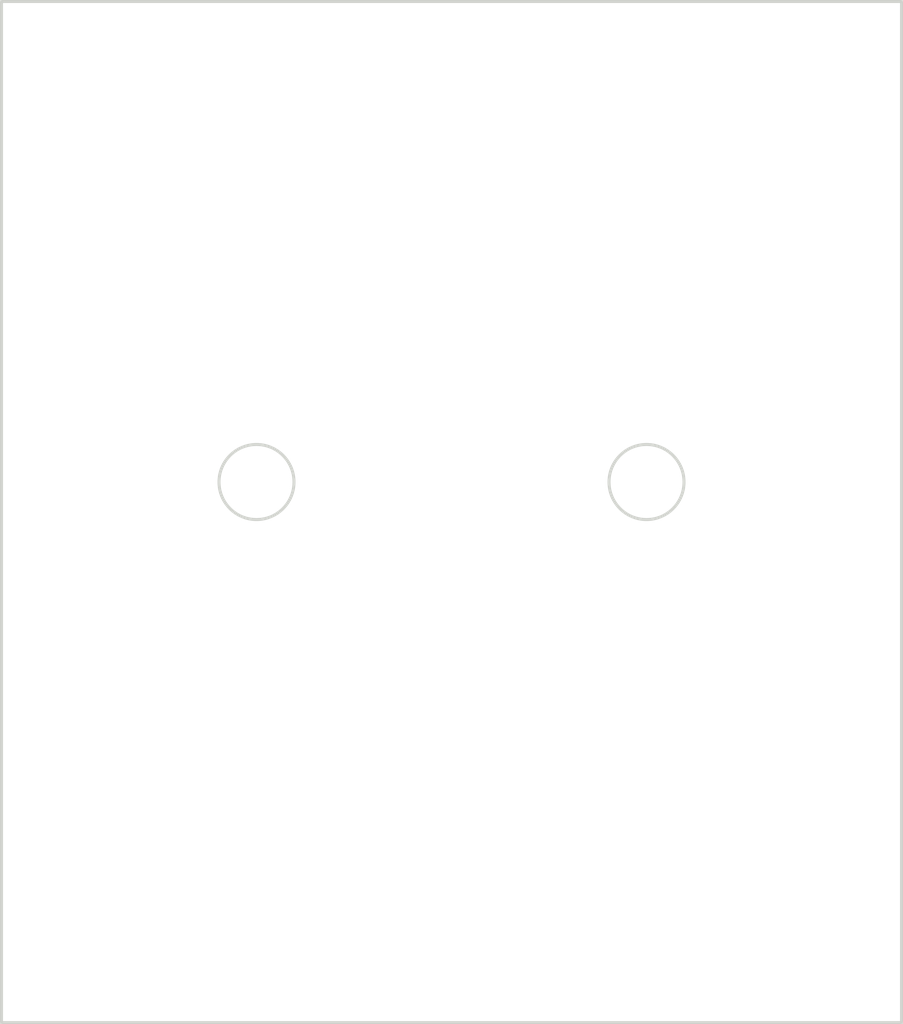
<source format=kicad_pcb>
(kicad_pcb (version 20171130) (host pcbnew 5.0.0-fee4fd1~66~ubuntu16.04.1)

  (general
    (thickness 1.6)
    (drawings 6)
    (tracks 0)
    (zones 0)
    (modules 0)
    (nets 1)
  )

  (page A4)
  (layers
    (0 F.Cu signal)
    (31 B.Cu signal)
    (32 B.Adhes user)
    (33 F.Adhes user)
    (34 B.Paste user)
    (35 F.Paste user)
    (36 B.SilkS user)
    (37 F.SilkS user)
    (38 B.Mask user)
    (39 F.Mask user)
    (40 Dwgs.User user)
    (41 Cmts.User user)
    (42 Eco1.User user)
    (43 Eco2.User user)
    (44 Edge.Cuts user)
    (45 Margin user)
    (46 B.CrtYd user)
    (47 F.CrtYd user)
    (48 B.Fab user)
    (49 F.Fab user)
  )

  (setup
    (last_trace_width 0.25)
    (trace_clearance 0.2)
    (zone_clearance 0.508)
    (zone_45_only no)
    (trace_min 0.2)
    (segment_width 0.2)
    (edge_width 0.15)
    (via_size 0.8)
    (via_drill 0.4)
    (via_min_size 0.4)
    (via_min_drill 0.3)
    (uvia_size 0.3)
    (uvia_drill 0.1)
    (uvias_allowed no)
    (uvia_min_size 0.2)
    (uvia_min_drill 0.1)
    (pcb_text_width 0.3)
    (pcb_text_size 1.5 1.5)
    (mod_edge_width 0.15)
    (mod_text_size 1 1)
    (mod_text_width 0.15)
    (pad_size 1.524 1.524)
    (pad_drill 0.762)
    (pad_to_mask_clearance 0.2)
    (aux_axis_origin 0 0)
    (visible_elements FFFFFF7F)
    (pcbplotparams
      (layerselection 0x010fc_ffffffff)
      (usegerberextensions false)
      (usegerberattributes false)
      (usegerberadvancedattributes false)
      (creategerberjobfile false)
      (excludeedgelayer true)
      (linewidth 0.100000)
      (plotframeref false)
      (viasonmask false)
      (mode 1)
      (useauxorigin false)
      (hpglpennumber 1)
      (hpglpenspeed 20)
      (hpglpendiameter 15.000000)
      (psnegative false)
      (psa4output false)
      (plotreference true)
      (plotvalue true)
      (plotinvisibletext false)
      (padsonsilk false)
      (subtractmaskfromsilk false)
      (outputformat 1)
      (mirror false)
      (drillshape 1)
      (scaleselection 1)
      (outputdirectory ""))
  )

  (net 0 "")

  (net_class Default "This is the default net class."
    (clearance 0.2)
    (trace_width 0.25)
    (via_dia 0.8)
    (via_drill 0.4)
    (uvia_dia 0.3)
    (uvia_drill 0.1)
  )

  (gr_circle (center 135.5011 103.0036) (end 138.0011 103.0036) (layer Edge.Cuts) (width 0.2))
  (gr_line (start 178.5011 71.0036) (end 118.5011 71.0036) (layer Edge.Cuts) (width 0.2))
  (gr_line (start 178.5011 71.0036) (end 178.5011 139.0036) (layer Edge.Cuts) (width 0.2))
  (gr_circle (center 161.5011 103.0036) (end 164.0011 103.0036) (layer Edge.Cuts) (width 0.2))
  (gr_line (start 118.5011 71.0036) (end 118.5011 139.0036) (layer Edge.Cuts) (width 0.2))
  (gr_line (start 178.5011 139.0036) (end 118.5011 139.0036) (layer Edge.Cuts) (width 0.2))

)

</source>
